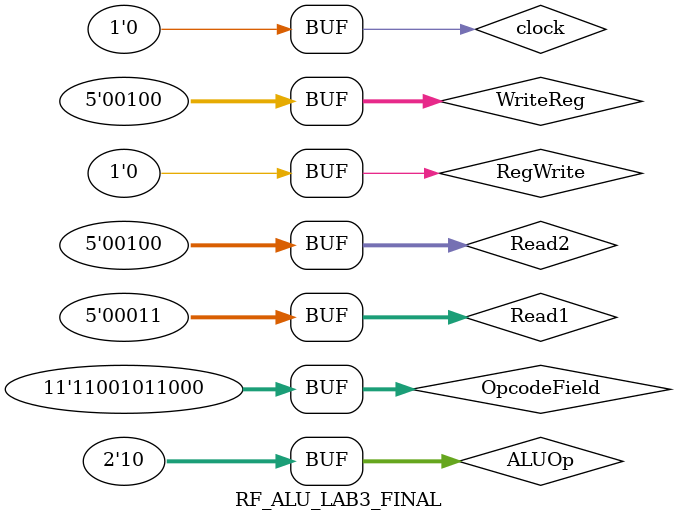
<source format=v>
`timescale 1ns / 1ps


module RF_ALU_LAB3_FINAL;

	// Inputs
	reg [1:0] ALUOp;
	reg [10:0] OpcodeField;
	reg [4:0] Read1;
	reg [4:0] Read2;
	reg [4:0] WriteReg;
	reg RegWrite;
	reg clock;

	// Outputs
	wire zero;

	// Instantiate the Unit Under Test (UUT)
	RF_ALU uut (
		.ALUOp(ALUOp), 
		.OpcodeField(OpcodeField), 
		.zero(zero), 
		.Read1(Read1), 
		.Read2(Read2), 
		.WriteReg(WriteReg), 
		.RegWrite(RegWrite), 
		.clock(clock)
	);

	initial begin
		// Initialize Inputs
		ALUOp = 0;
		OpcodeField = 0;
		Read1 = 0;
		Read2 = 0;
		WriteReg = 0;
		RegWrite = 0;
		clock = 0;

		// Wait 100 ns for global reset to finish
		#100;
		//Read
		Read1 = 5;
		Read2 = 10;
		ALUOp = 2'b10;

		// Testing AND OpcodeField
		OpcodeField = 11'b10_10001010000;
		#100;
		WriteReg = 1;
		//Rising
		RegWrite = 1;
		#100
		clock = 1; 
		// Lowering
		#100
		RegWrite = 0;
		clock = 0;
		// Testing OR OpcodeField
		OpcodeField = 11'b10_10101010000;
		#100;
		WriteReg = 2;
		//Rising
		RegWrite = 1;
		#100
		clock = 1; 
		// Lowering
		#100
		RegWrite = 0;
		clock = 0;
		// Testing ADD OpcodeField
		OpcodeField = 11'b10_10001011000;
		#100
		WriteReg = 3;
		//Rising
		RegWrite = 1;
		#100
		clock = 1; 
		// Lowering
		#100
		RegWrite = 0;
		clock = 0;
		// Testing Sub OpcodeField
		OpcodeField = 11'b10_11001011000;
		#100
		WriteReg = 4;
		//Rising
		RegWrite = 1;
		#100
		clock = 1; 
		// Lowering
		#100
		RegWrite = 0;
		clock = 0;
		//READS
		#100
		Read1=1;
		Read2=2;
		#100
		Read1=3;
		Read2=4;

	end
      
endmodule


</source>
